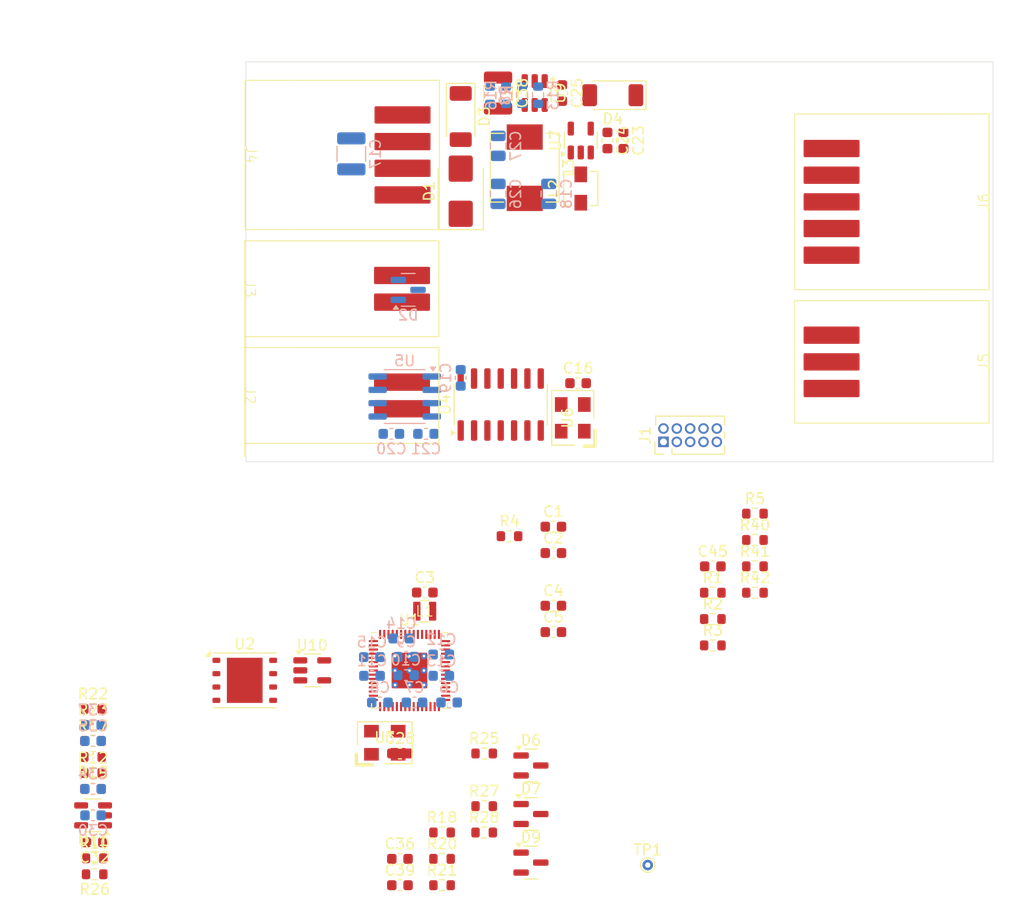
<source format=kicad_pcb>
(kicad_pcb (version 20241229) (generator "pcbnew") (generator_version "9.0")
  (title_block (title "CAN-IO-expander") (date "2025-04-27") (rev "1") (company "Realtime Robotics"))
  (layers (0 "F.Cu" signal) (2 "B.Cu" signal) (13 "F.Paste" user) (15 "B.Paste" user) (5 "F.SilkS" user "F.Silkscreen") (7 "B.SilkS" user "B.Silkscreen") (1 "F.Mask" user) (3 "B.Mask" user) (25 "Edge.Cuts" user))
  (net 0 "")
  (net 1 "GND")
  (net 2 "+3V3")
  (net 3 "+1V1")
  (net 4 "Net-(U1-VREG_AVDD)")
  (net 5 "Net-(U1-ADC_AVDD)")
  (net 6 "/V_{BAT}")
  (net 7 "+5V")
  (net 8 "Net-(D3-K)")
  (net 9 "Net-(U9-CB)")
  (net 10 "Net-(U9-SW)")
  (net 11 "Net-(C28-Pad1)")
  (net 13 "Net-(U11-+)")
  (net 15 "/AIN0_ADC")
  (net 16 "/5V_ADC")
  (net 17 "Net-(C36-Pad1)")
  (net 18 "/VBAT_ADC")
  (net 19 "Net-(C39-Pad1)")
  (net 25 "/CAN1_H")
  (net 26 "/CAN1_L")
  (net 27 "+5V_EXT")
  (net 29 "/DI00")
  (net 30 "/DI10")
  (net 32 "/DI20")
  (net 33 "/SWD")
  (net 34 "/SWCLK")
  (net 35 "/~{USB_BOOT}")
  (net 36 "/USB_5V")
  (net 37 "/~{RESET}")
  (net 38 "/USB_D+")
  (net 39 "/USB_D-")
  (net 40 "/QA0")
  (net 41 "/QB0")
  (net 42 "/PWM_IN0")
  (net 43 "/AIN0")
  (net 44 "/VREG_LX")
  (net 45 "Net-(U7-SW)")
  (net 46 "/~{QSPI_SS}")
  (net 47 "Net-(U1-USB_DP)")
  (net 48 "Net-(U1-USB_DM)")
  (net 49 "Net-(U1-RUN)")
  (net 50 "Net-(U9-FB)")
  (net 51 "Net-(U9-EN)")
  (net 52 "Net-(U11--)")
  (net 53 "/I2C0_SCL")
  (net 54 "/I2C0_SDA")
  (net 55 "/EEPROM_WP")
  (net 56 "Net-(U4-CLKO{slash}SOF)")
  (net 58 "/QSPI_D1")
  (net 59 "/QSPI_SCLK")
  (net 60 "/QSPI_D3")
  (net 61 "Net-(U1-XIN)")
  (net 62 "/~{CAN_RX_INT}")
  (net 63 "/~{SPI0_CS}")
  (net 64 "/SPI0_SCK")
  (net 66 "/QSPI_D2")
  (net 67 "/~{CAN_INT}")
  (net 68 "/SPI0_TX")
  (net 71 "/QSPI_D0")
  (net 72 "/SILENT")
  (net 73 "/~{CAN_TX_INT}")
  (net 74 "/SPI0_RX")
  (net 76 "/CAN-FD/CANTX")
  (net 77 "/CAN-FD/CANRX")
  (net 78 "/CAN-FD/CLK")
  (footprint "Capacitor_SMD:C_0603_1608Metric" (layer "F.Cu") (at 242.627 160.371)
    (property "Reference" "C36" (at 0 -1.43 0) (layer "F.SilkS"))
    (property "Value" "1nF-50V-5%-0603")
    (pad "1" smd roundrect (at -0.775 0) (size 0.9 0.95) (layers "F.Cu" "F.Mask" "F.Paste") (net 17 "Net-(C36-Pad1)"))
    (pad "2" smd roundrect (at 0.775 0) (size 0.9 0.95) (layers "F.Cu" "F.Mask" "F.Paste") (net 1 "GND"))
  )
  (footprint "Diode_SMD:D_SMB" (layer "F.Cu") (at 248.412 96.774 90)
    (property "Reference" "D1" (at 0 -3 90) (layer "F.SilkS"))
    (property "Value" "15V")
    (pad "1" smd roundrect (at -2.15 0 90) (size 2.5 2.3) (layers "F.Cu" "F.Mask" "F.Paste") (roundrect_rratio 0.1086956522) (net 1 "GND"))
    (pad "2" smd roundrect (at 2.15 0 90) (size 2.5 2.3) (layers "F.Cu" "F.Mask" "F.Paste") (roundrect_rratio 0.1086956522) (net 6 "/V_{BAT}"))
  )
  (footprint "CAN-IO-expander:L_Taiyo_Yuden_0806" (layer "F.Cu") (at 244.984 136.779)
    (property "Reference" "L1" (at 0 0 0) (layer "F.SilkS") (effects (font (thickness 0.1))))
    (property "Value" "3.3uH-20%-0806")
    (pad "1" smd roundrect (at -0.75 0) (size 0.7 1.8) (layers "F.Cu" "F.Mask" "F.Paste") (roundrect_rratio 0.15) (net 3 "+1V1"))
    (pad "2" smd roundrect (at 0.75 0) (size 0.7 1.8) (layers "F.Cu" "F.Mask" "F.Paste") (roundrect_rratio 0.15) (net 44 "/VREG_LX"))
  )
  (footprint "Capacitor_SMD:C_0603_1608Metric" (layer "F.Cu") (at 257.237 128.729)
    (property "Reference" "C1" (at 0 -1.43 0) (layer "F.SilkS"))
    (property "Value" "0.1uF-25V-10%-0603")
    (pad "1" smd roundrect (at -0.775 0) (size 0.9 0.95) (layers "F.Cu" "F.Mask" "F.Paste") (net 2 "+3V3"))
    (pad "2" smd roundrect (at 0.775 0) (size 0.9 0.95) (layers "F.Cu" "F.Mask" "F.Paste") (net 1 "GND"))
  )
  (footprint "Capacitor_SMD:C_0603_1608Metric" (layer "F.Cu") (at 242.627 162.881)
    (property "Reference" "C39" (at 0 -1.43 0) (layer "F.SilkS"))
    (property "Value" "1nF-50V-5%-0603")
    (pad "1" smd roundrect (at -0.775 0) (size 0.9 0.95) (layers "F.Cu" "F.Mask" "F.Paste") (net 19 "Net-(C39-Pad1)"))
    (pad "2" smd roundrect (at 0.775 0) (size 0.9 0.95) (layers "F.Cu" "F.Mask" "F.Paste") (net 1 "GND"))
  )
  (footprint "Resistor_SMD:R_0603_1608Metric" (layer "F.Cu") (at 213.40905 150.664195 180)
    (property "Reference" "R19" (at 0 -1.43 0) (layer "F.SilkS"))
    (property "Value" "2.00k-1%-0603")
    (pad "1" smd roundrect (at -0.825 0 180) (size 0.8 0.95) (layers "F.Cu" "F.Mask" "F.Paste") (net 16 "/5V_ADC"))
    (pad "2" smd roundrect (at 0.825 0 180) (size 0.8 0.95) (layers "F.Cu" "F.Mask" "F.Paste") (net 27 "+5V_EXT"))
  )
  (footprint "CAN-IO-expander:Molex-70634-0037" (layer "F.Cu") (at 298.708 113.03 90)
    (property "Reference" "J5" (at 0 -0.5 90) (layer "F.SilkS") (effects (font (thickness 0.1))))
    (property "Value" "POT")
    (pad "" np_thru_hole circle (at -3.94 -4.3 90) (size 3.4 3.4) (drill 3.4) (layers "*.Cu" "*.Mask"))
    (pad "" np_thru_hole circle (at 3.94 -4.3 90) (size 3.4 3.4) (drill 3.4) (layers "*.Cu" "*.Mask"))
    (pad "1" smd roundrect (at 2.54 -14.99 90) (size 1.65 5.33) (layers "F.Cu" "F.Mask" "F.Paste") (roundrect_rratio 0.07352941176) (net 1 "GND"))
    (pad "2" smd roundrect (at 0 -14.99 90) (size 1.65 5.33) (layers "F.Cu" "F.Mask" "F.Paste") (roundrect_rratio 0.07352941176) (net 27 "+5V_EXT"))
    (pad "3" smd roundrect (at -2.54 -14.99 90) (size 1.65 5.33) (layers "F.Cu" "F.Mask" "F.Paste") (roundrect_rratio 0.07352941176) (net 43 "/AIN0"))
  )
  (footprint "Capacitor_SMD:C_0603_1608Metric" (layer "F.Cu") (at 244.996 135.001)
    (property "Reference" "C3" (at 0 -1.43 0) (layer "F.SilkS"))
    (property "Value" "4.7uF-16V-10%-0603")
    (pad "1" smd roundrect (at -0.775 0) (size 0.9 0.95) (layers "F.Cu" "F.Mask" "F.Paste") (net 3 "+1V1"))
    (pad "2" smd roundrect (at 0.775 0) (size 0.9 0.95) (layers "F.Cu" "F.Mask" "F.Paste") (net 1 "GND"))
  )
  (footprint "CAN-IO-expander:Molex-70634-0039" (layer "F.Cu") (at 298.71 97.79 90)
    (property "Reference" "J6" (at 0 -0.5 90) (layer "F.SilkS") (effects (font (thickness 0.1))))
    (property "Value" "ENCODER")
    (pad "" np_thru_hole circle (at -6.48 -4.3 90) (size 3.4 3.4) (drill 3.4) (layers "*.Cu" "*.Mask"))
    (pad "" np_thru_hole circle (at 6.48 -4.3 90) (size 3.4 3.4) (drill 3.4) (layers "*.Cu" "*.Mask"))
    (pad "1" smd roundrect (at 5.08 -14.99 90) (size 1.65 5.33) (layers "F.Cu" "F.Mask" "F.Paste") (roundrect_rratio 0.07352941176) (net 42 "/PWM_IN0"))
    (pad "2" smd roundrect (at 2.54 -14.99 90) (size 1.65 5.33) (layers "F.Cu" "F.Mask" "F.Paste") (roundrect_rratio 0.07352941176) (net 41 "/QB0"))
    (pad "3" smd roundrect (at 0 -14.99 90) (size 1.65 5.33) (layers "F.Cu" "F.Mask" "F.Paste") (roundrect_rratio 0.07352941176) (net 40 "/QA0"))
    (pad "4" smd roundrect (at -2.54 -14.99 90) (size 1.65 5.33) (layers "F.Cu" "F.Mask" "F.Paste") (roundrect_rratio 0.07352941176) (net 27 "+5V_EXT"))
    (pad "5" smd roundrect (at -5.08 -14.99 90) (size 1.65 5.33) (layers "F.Cu" "F.Mask" "F.Paste") (roundrect_rratio 0.07352941176) (net 1 "GND"))
  )
  (footprint "Resistor_SMD:R_0603_1608Metric" (layer "F.Cu") (at 276.424 127.489)
    (property "Reference" "R5" (at 0 -1.43 0) (layer "F.SilkS"))
    (property "Value" "1.00k-1%-0603")
    (pad "1" smd roundrect (at -0.825 0) (size 0.8 0.95) (layers "F.Cu" "F.Mask" "F.Paste") (net 37 "/~{RESET}"))
    (pad "2" smd roundrect (at 0.825 0) (size 0.8 0.95) (layers "F.Cu" "F.Mask" "F.Paste") (net 49 "Net-(U1-RUN)"))
  )
  (footprint "Resistor_SMD:R_0603_1608Metric" (layer "F.Cu") (at 246.637 160.371)
    (property "Reference" "R20" (at 0 -1.43 0) (layer "F.SilkS"))
    (property "Value" "1.00k-1%-0603")
    (pad "1" smd roundrect (at -0.825 0) (size 0.8 0.95) (layers "F.Cu" "F.Mask" "F.Paste") (net 17 "Net-(C36-Pad1)"))
    (pad "2" smd roundrect (at 0.825 0) (size 0.8 0.95) (layers "F.Cu" "F.Mask" "F.Paste") (net 30 "/DI10"))
  )
  (footprint "Resistor_SMD:R_0603_1608Metric" (layer "F.Cu") (at 246.637 162.881)
    (property "Reference" "R21" (at 0 -1.43 0) (layer "F.SilkS"))
    (property "Value" "1.00k-1%-0603")
    (pad "1" smd roundrect (at -0.825 0) (size 0.8 0.95) (layers "F.Cu" "F.Mask" "F.Paste") (net 11 "Net-(C28-Pad1)"))
    (pad "2" smd roundrect (at 0.825 0) (size 0.8 0.95) (layers "F.Cu" "F.Mask" "F.Paste") (net 29 "/DI00"))
  )
  (footprint "Resistor_SMD:R_0603_1608Metric" (layer "F.Cu") (at 213.408978 147.616)
    (property "Reference" "R23" (at 0 -1.43 0) (layer "F.SilkS"))
    (property "Value" "2.00k-1%-0603")
    (pad "1" smd roundrect (at -0.825 0) (size 0.8 0.95) (layers "F.Cu" "F.Mask" "F.Paste") (net 1 "GND"))
    (pad "2" smd roundrect (at 0.825 0) (size 0.8 0.95) (layers "F.Cu" "F.Mask" "F.Paste") (net 18 "/VBAT_ADC"))
  )
  (footprint "Capacitor_SMD:C_1210_3225Metric" (layer "F.Cu") (at 251.968 87.425 -90)
    (property "Reference" "C38" (at 0 -2.3 90) (layer "F.SilkS"))
    (property "Value" "22uF-25V-10%-1210")
    (pad "1" smd roundrect (at -1.475 0 270) (size 1.15 2.7) (layers "F.Cu" "F.Mask" "F.Paste") (roundrect_rratio 0.217391) (net 1 "GND"))
    (pad "2" smd roundrect (at 1.475 0 270) (size 1.15 2.7) (layers "F.Cu" "F.Mask" "F.Paste") (roundrect_rratio 0.217391) (net 8 "Net-(D3-K)"))
  )
  (footprint "Resistor_SMD:R_0603_1608Metric" (layer "F.Cu") (at 213.40905 152.188195)
    (property "Reference" "R12" (at 0 -1.43 0) (layer "F.SilkS"))
    (property "Value" "1.00k-1%-0603")
    (pad "1" smd roundrect (at -0.825 0) (size 0.8 0.95) (layers "F.Cu" "F.Mask" "F.Paste") (net 52 "Net-(U11--)"))
    (pad "2" smd roundrect (at 0.825 0) (size 0.8 0.95) (layers "F.Cu" "F.Mask" "F.Paste") (net 15 "/AIN0_ADC"))
  )
  (footprint "Resistor_SMD:R_0603_1608Metric" (layer "F.Cu") (at 253.061 129.637)
    (property "Reference" "R4" (at 0 -1.43 0) (layer "F.SilkS"))
    (property "Value" "27R0-1%-0603")
    (pad "1" smd roundrect (at -0.825 0) (size 0.8 0.95) (layers "F.Cu" "F.Mask" "F.Paste") (net 48 "Net-(U1-USB_DM)"))
    (pad "2" smd roundrect (at 0.825 0) (size 0.8 0.95) (layers "F.Cu" "F.Mask" "F.Paste") (net 39 "/USB_D-"))
  )
  (footprint "CAN-IO-expander:D_SOD-128" (layer "F.Cu") (at 248.412 89.662 -90)
    (property "Reference" "D3" (at 0 -2.25 90) (layer "F.SilkS"))
    (property "Value" "PMEG3020EP,115")
    (pad "1" smd roundrect (at -2.2 0 270) (size 1.4 2.1) (layers "F.Cu" "F.Mask" "F.Paste") (roundrect_rratio 0.1785714286) (net 8 "Net-(D3-K)"))
    (pad "2" smd roundrect (at 2.2 0 270) (size 1.4 2.1) (layers "F.Cu" "F.Mask" "F.Paste") (roundrect_rratio 0.1785714286) (net 6 "/V_{BAT}"))
  )
  (footprint "Capacitor_SMD:C_0603_1608Metric" (layer "F.Cu") (at 257.237 138.769)
    (property "Reference" "C5" (at 0 -1.43 0) (layer "F.SilkS"))
    (property "Value" "4.7uF-16V-10%-0603")
    (pad "1" smd roundrect (at -0.775 0) (size 0.9 0.95) (layers "F.Cu" "F.Mask" "F.Paste") (net 4 "Net-(U1-VREG_AVDD)"))
    (pad "2" smd roundrect (at 0.775 0) (size 0.9 0.95) (layers "F.Cu" "F.Mask" "F.Paste") (net 1 "GND"))
  )
  (footprint "Package_TO_SOT_SMD:SOT-23-6" (layer "F.Cu") (at 255.458 87.425 -90)
    (property "Reference" "U9" (at 0 -2.4 90) (layer "F.SilkS"))
    (property "Value" "LMR54410FDBVR")
    (pad "1" smd roundrect (at -1.1375 -0.95 270) (size 1.325 0.6) (layers "F.Cu" "F.Mask" "F.Paste") (net 9 "Net-(U9-CB)"))
    (pad "2" smd roundrect (at -1.1375 0 270) (size 1.325 0.6) (layers "F.Cu" "F.Mask" "F.Paste") (net 1 "GND"))
    (pad "3" smd roundrect (at -1.1375 0.95 270) (size 1.325 0.6) (layers "F.Cu" "F.Mask" "F.Paste") (net 50 "Net-(U9-FB)"))
    (pad "4" smd roundrect (at 1.1375 0.95 270) (size 1.325 0.6) (layers "F.Cu" "F.Mask" "F.Paste") (net 51 "Net-(U9-EN)"))
    (pad "5" smd roundrect (at 1.1375 0 270) (size 1.325 0.6) (layers "F.Cu" "F.Mask" "F.Paste") (net 8 "Net-(D3-K)"))
    (pad "6" smd roundrect (at 1.1375 -0.95 270) (size 1.325 0.6) (layers "F.Cu" "F.Mask" "F.Paste") (net 10 "Net-(U9-SW)"))
  )
  (footprint "Resistor_SMD:R_0603_1608Metric" (layer "F.Cu") (at 250.647 157.861)
    (property "Reference" "R28" (at 0 -1.43 0) (layer "F.SilkS"))
    (property "Value" "100R-1%-0603")
    (pad "1" smd roundrect (at -0.825 0) (size 0.8 0.95) (layers "F.Cu" "F.Mask" "F.Paste") (net 40 "/QA0"))
    (pad "2" smd roundrect (at 0.825 0) (size 0.8 0.95) (layers "F.Cu" "F.Mask" "F.Paste") (net 11 "Net-(C28-Pad1)"))
  )
  (footprint "TestPoint:TestPoint_THTPad_D1.0mm_Drill0.5mm" (layer "F.Cu") (at 266.217 160.961)
    (property "Reference" "TP1" (at 0 -1.448 0) (layer "F.SilkS"))
    (property "Value" "CLKO")
    (pad "1" thru_hole circle (at 0 0) (size 1 1) (drill 0.5) (layers "*.Cu" "*.Mask") (net 56 "Net-(U4-CLKO{slash}SOF)"))
  )
  (footprint "CAN-IO-expander:RP2350-QFN-60-1EP_7x7_P0.4mm_EP3.4x3.4mm_ThermalVias" (layer "F.Cu") (at 243.537 142.431)
    (property "Reference" "U1" (at 0 -4.82 0) (layer "F.SilkS"))
    (property "Value" "RP2350_60QFN")
    (pad "1" smd roundrect (at -3.4375 -2.8) (size 0.875 0.2) (layers "F.Cu" "F.Mask" "F.Paste") (chamfer_ratio 0.25) (chamfer top_right) (net 5 "Net-(U1-ADC_AVDD)"))
    (pad "2" smd roundrect (at -3.4375 -2.4) (size 0.875 0.2) (layers "F.Cu" "F.Mask" "F.Paste") (net 74 "/SPI0_RX"))
    (pad "3" smd roundrect (at -3.4375 -2) (size 0.875 0.2) (layers "F.Cu" "F.Mask" "F.Paste") (net 63 "/~{SPI0_CS}"))
    (pad "4" smd roundrect (at -3.4375 -1.6) (size 0.875 0.2) (layers "F.Cu" "F.Mask" "F.Paste") (net 64 "/SPI0_SCK"))
    (pad "5" smd roundrect (at -3.4375 -1.2) (size 0.875 0.2) (layers "F.Cu" "F.Mask" "F.Paste") (net 68 "/SPI0_TX"))
    (pad "6" smd roundrect (at -3.4375 -0.8) (size 0.875 0.2) (layers "F.Cu" "F.Mask" "F.Paste") (net 3 "+1V1"))
    (pad "7" smd roundrect (at -3.4375 -0.4) (size 0.875 0.2) (layers "F.Cu" "F.Mask" "F.Paste") (net 67 "/~{CAN_INT}"))
    (pad "8" smd roundrect (at -3.4375 0) (size 0.875 0.2) (layers "F.Cu" "F.Mask" "F.Paste") (net 62 "/~{CAN_RX_INT}"))
    (pad "9" smd roundrect (at -3.4375 0.4) (size 0.875 0.2) (layers "F.Cu" "F.Mask" "F.Paste") (net 73 "/~{CAN_TX_INT}"))
    (pad "10" smd roundrect (at -3.4375 0.8) (size 0.875 0.2) (layers "F.Cu" "F.Mask" "F.Paste") (net 72 "/SILENT"))
    (pad "11" smd roundrect (at -3.4375 1.2) (size 0.875 0.2) (layers "F.Cu" "F.Mask" "F.Paste") (net 5 "Net-(U1-ADC_AVDD)"))
    (pad "12" smd roundrect (at -3.4375 1.6) (size 0.875 0.2) (layers "F.Cu" "F.Mask" "F.Paste") (net 54 "/I2C0_SDA"))
    (pad "13" smd roundrect (at -3.4375 2) (size 0.875 0.2) (layers "F.Cu" "F.Mask" "F.Paste") (net 53 "/I2C0_SCL"))
    (pad "14" smd roundrect (at -3.4375 2.4) (size 0.875 0.2) (layers "F.Cu" "F.Mask" "F.Paste") (net 55 "/EEPROM_WP"))
    (pad "15" smd roundrect (at -3.4375 2.8) (size 0.875 0.2) (layers "F.Cu" "F.Mask" "F.Paste") (chamfer_ratio 0.25) (chamfer bottom_right))
    (pad "16" smd roundrect (at -2.8 3.4375) (size 0.2 0.875) (layers "F.Cu" "F.Mask" "F.Paste") (chamfer_ratio 0.25) (chamfer top_left) (net 30 "/DI10"))
    (pad "17" smd roundrect (at -2.4 3.4375) (size 0.2 0.875) (layers "F.Cu" "F.Mask" "F.Paste"))
    (pad "18" smd roundrect (at -2 3.4375) (size 0.2 0.875) (layers "F.Cu" "F.Mask" "F.Paste") (net 29 "/DI00"))
    (pad "19" smd roundrect (at -1.6 3.4375) (size 0.2 0.875) (layers "F.Cu" "F.Mask" "F.Paste") (net 32 "/DI20"))
    (pad "20" smd roundrect (at -1.2 3.4375) (size 0.2 0.875) (layers "F.Cu" "F.Mask" "F.Paste") (net 5 "Net-(U1-ADC_AVDD)"))
    (pad "21" smd roundrect (at -0.8 3.4375) (size 0.2 0.875) (layers "F.Cu" "F.Mask" "F.Paste") (net 61 "Net-(U1-XIN)"))
    (pad "22" smd roundrect (at -0.4 3.4375) (size 0.2 0.875) (layers "F.Cu" "F.Mask" "F.Paste"))
    (pad "23" smd roundrect (at 0 3.4375) (size 0.2 0.875) (layers "F.Cu" "F.Mask" "F.Paste") (net 3 "+1V1"))
    (pad "24" smd roundrect (at 0.4 3.4375) (size 0.2 0.875) (layers "F.Cu" "F.Mask" "F.Paste") (net 34 "/SWCLK"))
    (pad "25" smd roundrect (at 0.8 3.4375) (size 0.2 0.875) (layers "F.Cu" "F.Mask" "F.Paste") (net 33 "/SWD"))
    (pad "26" smd roundrect (at 1.2 3.4375) (size 0.2 0.875) (layers "F.Cu" "F.Mask" "F.Paste") (net 49 "Net-(U1-RUN)"))
    (pad "27" smd roundrect (at 1.6 3.4375) (size 0.2 0.875) (layers "F.Cu" "F.Mask" "F.Paste"))
    (pad "28" smd roundrect (at 2 3.4375) (size 0.2 0.875) (layers "F.Cu" "F.Mask" "F.Paste") (net 32 "/DI20"))
    (pad "29" smd roundrect (at 2.4 3.4375) (size 0.2 0.875) (layers "F.Cu" "F.Mask" "F.Paste"))
    (pad "30" smd roundrect (at 2.8 3.4375) (size 0.2 0.875) (layers "F.Cu" "F.Mask" "F.Paste") (chamfer_ratio 0.25) (chamfer top_right) (net 5 "Net-(U1-ADC_AVDD)"))
    (pad "31" smd roundrect (at 3.4375 2.8) (size 0.875 0.2) (layers "F.Cu" "F.Mask" "F.Paste") (chamfer_ratio 0.25) (chamfer bottom_left))
    (pad "32" smd roundrect (at 3.4375 2.4) (size 0.875 0.2) (layers "F.Cu" "F.Mask" "F.Paste"))
    (pad "33" smd roundrect (at 3.4375 2) (size 0.875 0.2) (layers "F.Cu" "F.Mask" "F.Paste"))
    (pad "34" smd roundrect (at 3.4375 1.6) (size 0.875 0.2) (layers "F.Cu" "F.Mask" "F.Paste"))
    (pad "35" smd roundrect (at 3.4375 1.2) (size 0.875 0.2) (layers "F.Cu" "F.Mask" "F.Paste"))
    (pad "36" smd roundrect (at 3.4375 0.8) (size 0.875 0.2) (layers "F.Cu" "F.Mask" "F.Paste"))
    (pad "37" smd roundrect (at 3.4375 0.4) (size 0.875 0.2) (layers "F.Cu" "F.Mask" "F.Paste"))
    (pad "38" smd roundrect (at 3.4375 0) (size 0.875 0.2) (layers "F.Cu" "F.Mask" "F.Paste") (net 5 "Net-(U1-ADC_AVDD)"))
    (pad "39" smd roundrect (at 3.4375 -0.4) (size 0.875 0.2) (layers "F.Cu" "F.Mask" "F.Paste") (net 3 "+1V1"))
    (pad "40" smd roundrect (at 3.4375 -0.8) (size 0.875 0.2) (layers "F.Cu" "F.Mask" "F.Paste") (net 15 "/AIN0_ADC"))
    (pad "41" smd roundrect (at 3.4375 -1.2) (size 0.875 0.2) (layers "F.Cu" "F.Mask" "F.Paste"))
    (pad "42" smd roundrect (at 3.4375 -1.6) (size 0.875 0.2) (layers "F.Cu" "F.Mask" "F.Paste") (net 16 "/5V_ADC"))
    (pad "43" smd roundrect (at 3.4375 -2) (size 0.875 0.2) (layers "F.Cu" "F.Mask" "F.Paste") (net 18 "/VBAT_ADC"))
    (pad "44" smd roundrect (at 3.4375 -2.4) (size 0.875 0.2) (layers "F.Cu" "F.Mask" "F.Paste") (net 5 "Net-(U1-ADC_AVDD)"))
    (pad "45" smd roundrect (at 3.4375 -2.8) (size 0.875 0.2) (layers "F.Cu" "F.Mask" "F.Paste") (chamfer_ratio 0.25) (chamfer top_left) (net 5 "Net-(U1-ADC_AVDD)"))
    (pad "46" smd roundrect (at 2.8 -3.4375) (size 0.2 0.875) (layers "F.Cu" "F.Mask" "F.Paste") (chamfer_ratio 0.25) (chamfer bottom_right) (net 4 "Net-(U1-VREG_AVDD)"))
    (pad "47" smd roundrect (at 2.4 -3.4375) (size 0.2 0.875) (layers "F.Cu" "F.Mask" "F.Paste") (net 1 "GND"))
    (pad "48" smd roundrect (at 2 -3.4375) (size 0.2 0.875) (layers "F.Cu" "F.Mask" "F.Paste") (net 44 "/VREG_LX"))
    (pad "49" smd roundrect (at 1.6 -3.4375) (size 0.2 0.875) (layers "F.Cu" "F.Mask" "F.Paste") (net 2 "+3V3"))
    (pad "50" smd roundrect (at 1.2 -3.4375) (size 0.2 0.875) (layers "F.Cu" "F.Mask" "F.Paste") (net 3 "+1V1"))
    (pad "51" smd roundrect (at 0.8 -3.4375) (size 0.2 0.875) (layers "F.Cu" "F.Mask" "F.Paste") (net 48 "Net-(U1-USB_DM)"))
    (pad "52" smd roundrect (at 0.4 -3.4375) (size 0.2 0.875) (layers "F.Cu" "F.Mask" "F.Paste") (net 47 "Net-(U1-USB_DP)"))
    (pad "53" smd roundrect (at 0 -3.4375) (size 0.2 0.875) (layers "F.Cu" "F.Mask" "F.Paste") (net 5 "Net-(U1-ADC_AVDD)"))
    (pad "54" smd roundrect (at -0.4 -3.4375) (size 0.2 0.875) (layers "F.Cu" "F.Mask" "F.Paste") (net 5 "Net-(U1-ADC_AVDD)"))
    (pad "55" smd roundrect (at -0.8 -3.4375) (size 0.2 0.875) (layers "F.Cu" "F.Mask" "F.Paste") (net 60 "/QSPI_D3"))
    (pad "56" smd roundrect (at -1.2 -3.4375) (size 0.2 0.875) (layers "F.Cu" "F.Mask" "F.Paste") (net 59 "/QSPI_SCLK"))
    (pad "57" smd roundrect (at -1.6 -3.4375) (size 0.2 0.875) (layers "F.Cu" "F.Mask" "F.Paste") (net 71 "/QSPI_D0"))
    (pad "58" smd roundrect (at -2 -3.4375) (size 0.2 0.875) (layers "F.Cu" "F.Mask" "F.Paste") (net 66 "/QSPI_D2"))
    (pad "59" smd roundrect (at -2.4 -3.4375) (size 0.2 0.875) (layers "F.Cu" "F.Mask" "F.Paste") (net 58 "/QSPI_D1"))
    (pad "60" smd roundrect (at -2.8 -3.4375) (size 0.2 0.875) (layers "F.Cu" "F.Mask" "F.Paste") (chamfer_ratio 0.25) (chamfer bottom_left) (net 46 "/~{QSPI_SS}"))
    (pad "61" thru_hole circle (at -1.375 -1.375) (size 0.6 0.6) (drill 0.25) (layers "*.Cu") (net 1 "GND"))
    (pad "61" thru_hole circle (at -1.375 0) (size 0.6 0.6) (drill 0.25) (layers "*.Cu") (net 1 "GND"))
    (pad "61" thru_hole circle (at -1.375 1.375) (size 0.6 0.6) (drill 0.25) (layers "*.Cu") (net 1 "GND"))
    (pad "61" thru_hole circle (at 0 -1.375) (size 0.6 0.6) (drill 0.25) (layers "*.Cu") (net 1 "GND"))
    (pad "61" thru_hole circle (at 0 0) (size 0.6 0.6) (drill 0.25) (layers "*.Cu") (net 1 "GND"))
    (pad "61" smd roundrect (at 0 0 90) (size 3.4 3.4) (layers "F.Cu" "F.Mask") (roundrect_rratio 0.045) (net 1 "GND"))
    (pad "61" thru_hole circle (at 0 1.375) (size 0.6 0.6) (drill 0.25) (layers "*.Cu") (net 1 "GND"))
    (pad "61" thru_hole circle (at 1.375 -1.375) (size 0.6 0.6) (drill 0.25) (layers "*.Cu") (net 1 "GND"))
    (pad "61" thru_hole circle (at 1.375 0) (size 0.6 0.6) (drill 0.25) (layers "*.Cu") (net 1 "GND"))
    (pad "61" thru_hole circle (at 1.375 1.375) (size 0.6 0.6) (drill 0.25) (layers "*.Cu") (net 1 "GND"))
  )
  (footprint "CAN-IO-expander:L_Vishay_IHLP-1212" (layer "F.Cu") (at 259.842 96.52 90)
    (property "Reference" "L2" (at 0 -2.524 90) (layer "F.SilkS"))
    (property "Value" "2.2uH-20%-46mR")
    (pad "1" smd rect (at -1.35 0 90) (size 1.5 1.2) (layers "F.Cu" "F.Mask" "F.Paste") (net 2 "+3V3"))
    (pad "2" smd rect (at 1.35 0 90) (size 1.5 1.2) (layers "F.Cu" "F.Mask" "F.Paste") (net 45 "Net-(U7-SW)"))
  )
  (footprint "Capacitor_SMD:C_0603_1608Metric" (layer "F.Cu") (at 262.382 91.948 -90)
    (property "Reference" "C24" (at 0 -1.43 90) (layer "F.SilkS"))
    (property "Value" "22uF-20%-0603")
    (pad "1" smd roundrect (at -0.775 0 270) (size 0.9 0.95) (layers "F.Cu" "F.Mask" "F.Paste") (net 7 "+5V"))
    (pad "2" smd roundrect (at 0.775 0 270) (size 0.9 0.95) (layers "F.Cu" "F.Mask" "F.Paste") (net 1 "GND"))
  )
  (footprint "Resistor_SMD:R_0603_1608Metric" (layer "F.Cu") (at 272.414 137.529)
    (property "Reference" "R2" (at 0 -1.43 0) (layer "F.SilkS"))
    (property "Value" "27R0-1%-0603")
    (pad "1" smd roundrect (at -0.825 0) (size 0.8 0.95) (layers "F.Cu" "F.Mask" "F.Paste") (net 2 "+3V3"))
    (pad "2" smd roundrect (at 0.825 0) (size 0.8 0.95) (layers "F.Cu" "F.Mask" "F.Paste") (net 4 "Net-(U1-VREG_AVDD)"))
  )
  (footprint "Resistor_SMD:R_0603_1608Metric" (layer "F.Cu") (at 213.40905 149.140195)
    (property "Reference" "R17" (at 0 -1.43 0) (layer "F.SilkS"))
    (property "Value" "2.00k-1%-0603")
    (pad "1" smd roundrect (at -0.825 0) (size 0.8 0.95) (layers "F.Cu" "F.Mask" "F.Paste") (net 1 "GND"))
    (pad "2" smd roundrect (at 0.825 0) (size 0.8 0.95) (layers "F.Cu" "F.Mask" "F.Paste") (net 16 "/5V_ADC"))
  )
  (footprint "CAN-IO-expander:ECS-5032MV" (layer "F.Cu") (at 259.08 118.364 90)
    (property "Reference" "U6" (at 0 -0.5 90) (layer "F.SilkS"))
    (property "Value" "4MHz")
    (pad "1" smd rect (at -1.27 1.1 90) (size 1.4 1.2) (layers "F.Cu" "F.Mask" "F.Paste") (net 2 "+3V3"))
    (pad "2" smd rect (at 1.27 1.1 90) (size 1.4 1.2) (layers "F.Cu" "F.Mask" "F.Paste") (net 1 "GND"))
    (pad "3" smd rect (at 1.27 -1.1 90) (size 1.4 1.2) (layers "F.Cu" "F.Mask" "F.Paste") (net 78 "/CAN-FD/CLK"))
    (pad "4" smd rect (at -1.27 -1.1 90) (size 1.4 1.2) (layers "F.Cu" "F.Mask" "F.Paste") (net 2 "+3V3"))
  )
  (footprint "CAN-IO-expander:D_SOD-128" (layer "F.Cu") (at 262.89 87.63 180)
    (property "Reference" "D4" (at 0 -2.25 0) (layer "F.SilkS"))
    (property "Value" "PMEG3020EP,115")
    (pad "1" smd roundrect (at -2.2 0 180) (size 1.4 2.1) (layers "F.Cu" "F.Mask" "F.Paste") (roundrect_rratio 0.1785714286) (net 27 "+5V_EXT"))
    (pad "2" smd roundrect (at 2.2 0 180) (size 1.4 2.1) (layers "F.Cu" "F.Mask" "F.Paste") (roundrect_rratio 0.1785714286) (net 7 "+5V"))
  )
  (footprint "Package_SO:SO-14_3.9x8.65mm_P1.27mm" (layer "F.Cu") (at 252.222 117.094 90)
    (property "Reference" "U4" (at 0 -5.28 90) (layer "F.SilkS"))
    (property "Value" "MCP2518FDT-H/SL")
    (pad "1" smd roundrect (at -2.475 -3.81 90) (size 1.95 0.6) (layers "F.Cu" "F.Mask" "F.Paste") (net 76 "/CAN-FD/CANTX"))
    (pad "2" smd roundrect (at -2.475 -2.54 90) (size 1.95 0.6) (layers "F.Cu" "F.Mask" "F.Paste") (net 77 "/CAN-FD/CANRX"))
    (pad "3" smd roundrect (at -2.475 -1.27 90) (size 1.95 0.6) (layers "F.Cu" "F.Mask" "F.Paste") (net 56 "Net-(U4-CLKO{slash}SOF)"))
    (pad "4" smd roundrect (at -2.475 0 90) (size 1.95 0.6) (layers "F.Cu" "F.Mask" "F.Paste") (net 67 "/~{CAN_INT}"))
    (pad "5" smd roundrect (at -2.475 1.27 90) (size 1.95 0.6) (layers "F.Cu" "F.Mask" "F.Paste"))
    (pad "6" smd roundrect (at -2.475 2.54 90) (size 1.95 0.6) (layers "F.Cu" "F.Mask" "F.Paste") (net 78 "/CAN-FD/CLK"))
    (pad "7" smd roundrect (at -2.475 3.81 90) (size 1.95 0.6) (layers "F.Cu" "F.Mask" "F.Paste") (net 1 "GND"))
    (pad "8" smd roundrect (at 2.475 3.81 90) (size 1.95 0.6) (layers "F.Cu" "F.Mask" "F.Paste") (net 73 "/~{CAN_TX_INT}"))
    (pad "9" smd roundrect (at 2.475 2.54 90) (size 1.95 0.6) (layers "F.Cu" "F.Mask" "F.Paste") (net 62 "/~{CAN_RX_INT}"))
    (pad "10" smd roundrect (at 2.475 1.27 90) (size 1.95 0.6) (layers "F.Cu" "F.Mask" "F.Paste") (net 64 "/SPI0_SCK"))
    (pad "11" smd roundrect (at 2.475 0 90) (size 1.95 0.6) (layers "F.Cu" "F.Mask" "F.Paste") (net 68 "/SPI0_TX"))
    (pad "12" smd roundrect (at 2.475 -1.27 90) (size 1.95 0.6) (layers "F.Cu" "F.Mask" "F.Paste") (net 74 "/SPI0_RX"))
    (pad "13" smd roundrect (at 2.475 -2.54 90) (size 1.95 0.6) (layers "F.Cu" "F.Mask" "F.Paste") (net 63 "/~{SPI0_CS}"))
    (pad "14" smd roundrect (at 2.475 -3.81 90) (size 1.95 0.6) (layers "F.Cu" "F.Mask" "F.Paste") (net 2 "+3V3"))
  )
  (footprint "Package_TO_SOT_SMD:SOT-23" (layer "F.Cu") (at 255.097 156.101)
    (property "Reference" "D7" (at 0 -2.4 0) (layer "F.SilkS"))
    (property "Value" "BAV199")
    (pad "1" smd roundrect (at -0.9375 -0.95) (size 1.475 0.6) (layers "F.Cu" "F.Mask" "F.Paste") (net 1 "GND"))
    (pad "2" smd roundrect (at -0.9375 0.95) (size 1.475 0.6) (layers "F.Cu" "F.Mask" "F.Paste") (net 2 "+3V3"))
    (pad "3" smd roundrect (at 0.9375 0) (size 1.475 0.6) (layers "F.Cu" "F.Mask" "F.Paste") (net 30 "/DI10"))
  )
  (footprint "Capacitor_SMD:C_0603_1608Metric" (layer "F.Cu") (at 263.906 91.948 -90)
    (property "Reference" "C23" (at 0 -1.43 90) (layer "F.SilkS"))
    (property "Value" "22uF-20%-0603")
    (pad "1" smd roundrect (at -0.775 0 270) (size 0.9 0.95) (layers "F.Cu" "F.Mask" "F.Paste") (net 7 "+5V"))
    (pad "2" smd roundrect (at 0.775 0 270) (size 0.9 0.95) (layers "F.Cu" "F.Mask" "F.Paste") (net 1 "GND"))
  )
  (footprint "Package_TO_SOT_SMD:SOT-23-5" (layer "F.Cu") (at 213.415903 156.227934 180)
    (property "Reference" "U11" (at 0 -2.4 0) (layer "F.SilkS"))
    (property "Value" "MCP6006UT-E/OT")
    (pad "1" smd roundrect (at -1.1375 -0.95 180) (size 1.325 0.6) (layers "F.Cu" "F.Mask" "F.Paste") (net 52 "Net-(U11--)"))
    (pad "2" smd roundrect (at -1.1375 0 180) (size 1.325 0.6) (layers "F.Cu" "F.Mask" "F.Paste") (net 1 "GND"))
    (pad "3" smd roundrect (at -1.1375 0.95 180) (size 1.325 0.6) (layers "F.Cu" "F.Mask" "F.Paste") (net 13 "Net-(U11-+)"))
    (pad "4" smd roundrect (at 1.1375 0.95 180) (size 1.325 0.6) (layers "F.Cu" "F.Mask" "F.Paste") (net 52 "Net-(U11--)"))
    (pad "5" smd roundrect (at 1.1375 -0.95 180) (size 1.325 0.6) (layers "F.Cu" "F.Mask" "F.Paste") (net 7 "+5V"))
  )
  (footprint "Capacitor_SMD:C_0603_1608Metric" (layer "F.Cu") (at 258.064 87.425 -90)
    (property "Reference" "C25" (at 0 -1.43 90) (layer "F.SilkS"))
    (property "Value" "0.1uF-25V-10%-0603")
    (pad "1" smd roundrect (at -0.775 0 270) (size 0.9 0.95) (layers "F.Cu" "F.Mask" "F.Paste") (net 9 "Net-(U9-CB)"))
    (pad "2" smd roundrect (at 0.775 0 270) (size 0.9 0.95) (layers "F.Cu" "F.Mask" "F.Paste") (net 10 "Net-(U9-SW)"))
  )
  (footprint "CAN-IO-expander:Molex-70634-0038" (layer "F.Cu") (at 227.8828 93.3196 -90)
    (property "Reference" "J4" (at 0 -0.5588 270) (layer "F.SilkS") (effects (font (thickness 0.1))))
    (property "Value" "12V")
    (pad "" np_thru_hole circle (at -5.21 -4.3 270) (size 3.4 3.4) (drill 3.4) (layers "*.Cu" "*.Mask"))
    (pad "" np_thru_hole circle (at 5.21 -4.3 270) (size 3.4 3.4) (drill 3.4) (layers "*.Cu" "*.Mask"))
    (pad "1" smd roundrect (at 3.81 -14.99 270) (size 1.65 5.33) (layers "F.Cu" "F.Mask" "F.Paste") (roundrect_rratio 0.07352941176) (net 1 "GND"))
    (pad "2" smd roundrect (at 1.27 -14.99 270) (size 1.65 5.33) (layers "F.Cu" "F.Mask" "F.Paste") (roundrect_rratio 0.07352941176) (net 1 "GND"))
    (pad "3" smd roundrect (at -1.27 -14.99 270) (size 1.65 5.33) (layers "F.Cu" "F.Mask" "F.Paste") (roundrect_rratio 0.07352941176) (net 6 "/V_{BAT}"))
    (pad "4" smd roundrect (at -3.81 -14.99 270) (size 1.65 5.33) (layers "F.Cu" "F.Mask" "F.Paste") (roundrect_rratio 0.07352941176) (net 6 "/V_{BAT}"))
  )
  (footprint "Resistor_SMD:R_0603_1608Metric" (layer "F.Cu") (at 276.424 129.999)
    (property "Reference" "R40" (at 0 -1.43 0) (layer "F.SilkS"))
    (property "Value" "2.00k-1%-0603")
    (pad "1" smd roundrect (at -0.825 0) (size 0.8 0.95) (layers "F.Cu" "F.Mask" "F.Paste") (net 53 "/I2C0_SCL"))
    (pad "2" smd roundrect (at 0.825 0) (size 0.8 0.95) (layers "F.Cu" "F.Mask" "F.Paste") (net 2 "+3V3"))
  )
  (footprint "Capacitor_SMD:C_0603_1608Metric" (layer "F.Cu") (at 257.237 131.239)
    (property "Reference" "C2" (at 0 -1.43 0) (layer "F.SilkS"))
    (property "Value" "0.1uF-25V-10%-0603")
    (pad "1" smd roundrect (at -0.775 0) (size 0.9 0.95) (layers "F.Cu" "F.Mask" "F.Paste") (net 2 "+3V3"))
    (pad "2" smd roundrect (at 0.775 0) (size 0.9 0.95) (layers "F.Cu" "F.Mask" "F.Paste") (net 1 "GND"))
  )
  (footprint "Package_TO_SOT_SMD:SOT-23" (layer "F.Cu") (at 255.097 160.726)
    (property "Reference" "D9" (at 0 -2.4 0) (layer "F.SilkS"))
    (property "Value" "BAV199")
    (pad "1" smd roundrect (at -0.9375 -0.95) (size 1.475 0.6) (layers "F.Cu" "F.Mask" "F.Paste") (net 1 "GND"))
    (pad "2" smd roundrect (at -0.9375 0.95) (size 1.475 0.6) (layers "F.Cu" "F.Mask" "F.Paste") (net 2 "+3V3"))
    (pad "3" smd roundrect (at 0.9375 0) (size 1.475 0.6) (layers "F.Cu" "F.Mask" "F.Paste") (net 32 "/DI20"))
  )
  (footprint "Capacitor_SMD:C_0603_1608Metric" (layer "F.Cu") (at 213.565 158.792 180)
    (property "Reference" "C32" (at 0 -1.43 0) (layer "F.SilkS"))
    (property "Value" "1nF-50V-5%-0603")
    (pad "1" smd roundrect (at -0.775 0 180) (size 0.9 0.95) (layers "F.Cu" "F.Mask" "F.Paste") (net 13 "Net-(U11-+)"))
    (pad "2" smd roundrect (at 0.775 0 180) (size 0.9 0.95) (layers "F.Cu" "F.Mask" "F.Paste") (net 1 "GND"))
  )
  (footprint "Package_TO_SOT_SMD:SOT-23-5" (layer "F.Cu") (at 234.277 142.416)
    (property "Reference" "U10" (at 0 -2.4 0) (layer "F.SilkS"))
    (property "Value" "24LC01BT-I/OT")
    (pad "1" smd roundrect (at -1.1375 -0.95) (size 1.325 0.6) (layers "F.Cu" "F.Mask" "F.Paste") (net 53 "/I2C0_SCL"))
    (pad "2" smd roundrect (at -1.1375 0) (size 1.325 0.6) (layers "F.Cu" "F.Mask" "F.Paste") (net 1 "GND"))
    (pad "3" smd roundrect (at -1.1375 0.95) (size 1.325 0.6) (layers "F.Cu" "F.Mask" "F.Paste") (net 54 "/I2C0_SDA"))
    (pad "4" smd roundrect (at 1.1375 0.95) (size 1.325 0.6) (layers "F.Cu" "F.Mask" "F.Paste") (net 2 "+3V3"))
    (pad "5" smd roundrect (at 1.1375 -0.95) (size 1.325 0.6) (layers "F.Cu" "F.Mask" "F.Paste") (net 55 "/EEPROM_WP"))
  )
  (footprint "Package_SON:WSON-8-1EP_6x5mm_P1.27mm_EP3.4x4.3mm" (layer "F.Cu") (at 227.852 143.366)
    (property "Reference" "U2" (at 0 -3.45 0) (layer "F.SilkS"))
    (property "Value" "W25Q128JVP")
    (pad "1" smd roundrect (at -2.7 -1.905) (size 0.75 0.5) (layers "F.Cu" "F.Mask" "F.Paste") (net 46 "/~{QSPI_SS}"))
    (pad "2" smd roundrect (at -2.7 -0.635) (size 0.75 0.5) (layers "F.Cu" "F.Mask" "F.Paste") (net 58 "/QSPI_D1"))
    (pad "3" smd roundrect (at -2.7 0.635) (size 0.75 0.5) (layers "F.Cu" "F.Mask" "F.Paste") (net 66 "/QSPI_D2"))
    (pad "4" smd roundrect (at -2.7 1.905) (size 0.75 0.5) (layers "F.Cu" "F.Mask" "F.Paste") (net 1 "GND"))
    (pad "5" smd roundrect (at 2.7 1.905) (size 0.75 0.5) (layers "F.Cu" "F.Mask" "F.Paste") (net 71 "/QSPI_D0"))
    (pad "6" smd roundrect (at 2.7 0.635) (size 0.75 0.5) (layers "F.Cu" "F.Mask" "F.Paste") (net 59 "/QSPI_SCLK"))
    (pad "7" smd roundrect (at 2.7 -0.635) (size 0.75 0.5) (layers "F.Cu" "F.Mask" "F.Paste") (net 60 "/QSPI_D3"))
    (pad "8" smd roundrect (at 2.7 -1.905) (size 0.75 0.5) (layers "F.Cu" "F.Mask" "F.Paste") (net 2 "+3V3"))
    (pad "9" smd rect (at 0 0) (size 3.4 4.3) (property pad_prop_heatsink) (layers "F.Cu" "F.Mask") (net 1 "GND"))
  )
  (footprint "Package_TO_SOT_SMD:SOT-23" (layer "F.Cu") (at 255.097 151.476)
    (property "Reference" "D6" (at 0 -2.4 0) (layer "F.SilkS"))
    (property "Value" "BAV199")
    (pad "1" smd roundrect (at -0.9375 -0.95) (size 1.475 0.6) (layers "F.Cu" "F.Mask" "F.Paste") (net 1 "GND"))
    (pad "2" smd roundrect (at -0.9375 0.95) (size 1.475 0.6) (layers "F.Cu" "F.Mask" "F.Paste") (net 2 "+3V3"))
    (pad "3" smd roundrect (at 0.9375 0) (size 1.475 0.6) (layers "F.Cu" "F.Mask" "F.Paste") (net 29 "/DI00"))
  )
  (footprint "Resistor_SMD:R_0603_1608Metric" (layer "F.Cu") (at 246.637 157.861)
    (property "Reference" "R18" (at 0 -1.43 0) (layer "F.SilkS"))
    (property "Value" "1.00k-1%-0603")
    (pad "1" smd roundrect (at -0.825 0) (size 0.8 0.95) (layers "F.Cu" "F.Mask" "F.Paste") (net 19 "Net-(C39-Pad1)"))
    (pad "2" smd roundrect (at 0.825 0) (size 0.8 0.95) (layers "F.Cu" "F.Mask" "F.Paste") (net 32 "/DI20"))
  )
  (footprint "Resistor_SMD:R_0603_1608Metric" (layer "F.Cu") (at 213.40905 153.712195)
    (property "Reference" "R15" (at 0 -1.43 0) (layer "F.SilkS"))
    (property "Value" "2.00k-1%-0603")
    (pad "1" smd roundrect (at -0.825 0) (size 0.8 0.95) (layers "F.Cu" "F.Mask" "F.Paste") (net 1 "GND"))
    (pad "2" smd roundrect (at 0.825 0) (size 0.8 0.95) (layers "F.Cu" "F.Mask" "F.Paste") (net 15 "/AIN0_ADC"))
  )
  (footprint "Resistor_SMD:R_0603_1608Metric" (layer "F.Cu") (at 213.565 161.84 180)
    (property "Reference" "R26" (at 0 -1.43 0) (layer "F.SilkS"))
    (property "Value" "1.00M-1%-0603")
    (pad "1" smd roundrect (at -0.825 0 180) (size 0.8 0.95) (layers "F.Cu" "F.Mask" "F.Paste") (net 1 "GND"))
    (pad "2" smd roundrect (at 0.825 0 180) (size 0.8 0.95) (layers "F.Cu" "F.Mask" "F.Paste") (net 43 "/AIN0"))
  )
  (footprint "Resistor_SMD:R_0603_1608Metric" (layer "F.Cu") (at 272.414 135.019)
    (property "Reference" "R1" (at 0 -1.43 0) (layer "F.SilkS"))
    (property "Value" "1.00k-1%-0603")
    (pad "1" smd roundrect (at -0.825 0) (size 0.8 0.95) (layers "F.Cu" "F.Mask" "F.Paste") (net 35 "/~{USB_BOOT}"))
    (pad "2" smd roundrect (at 0.825 0) (size 0.8 0.95) (layers "F.Cu" "F.Mask" "F.Paste") (net 46 "/~{QSPI_SS}"))
  )
  (footprint "Resistor_SMD:R_0603_1608Metric" (layer "F.Cu") (at 250.647 150.331)
    (property "Reference" "R25" (at 0 -1.43 0) (layer "F.SilkS"))
    (property "Value" "100R-1%-0603")
    (pad "1" smd roundrect (at -0.825 0) (size 0.8 0.95) (layers "F.Cu" "F.Mask" "F.Paste") (net 42 "/PWM_IN0"))
    (pad "2" smd roundrect (at 0.825 0) (size 0.8 0.95) (layers "F.Cu" "F.Mask" "F.Paste") (net 19 "Net-(C39-Pad1)"))
  )
  (footprint "Resistor_SMD:R_0603_1608Metric" (layer "F.Cu") (at 213.565 160.316)
    (property "Reference" "R10" (at 0 -1.43 0) (layer "F.SilkS"))
    (property "Value" "1.00k-1%-0603")
    (pad "1" smd roundrect (at -0.825 0) (size 0.8 0.95) (layers "F.Cu" "F.Mask" "F.Paste") (net 43 "/AIN0"))
    (pad "2" smd roundrect (at 0.825 0) (size 0.8 0.95) (layers "F.Cu" "F.Mask" "F.Paste") (net 13 "Net-(U11-+)"))
  )
  (footprint "CAN-IO-expander:L_Vishay_IHLP-2525" (layer "F.Cu") (at 254.508 94.537 -90)
    (property "Reference" "L3" (at 0 -4.175 90) (layer "F.SilkS"))
    (property "Value" "8.2uH-20%-55mR")
    (pad "1" smd rect (at -2.921 0 270) (size 2.413 3.429) (layers "F.Cu" "F.Mask" "F.Paste") (net 10 "Net-(U9-SW)"))
    (pad "2" smd rect (at 2.921 0 270) (size 2.413 3.429) (layers "F.Cu" "F.Mask" "F.Paste") (net 2 "+3V3"))
  )
  (footprint "Package_TO_SOT_SMD:SOT-23-5" (layer "F.Cu") (at 259.842 91.948 90)
    (property "Reference" "U7" (at 0 -2.4 90) (layer "F.SilkS"))
    (property "Value" "TPS613222ADBVR")
    (pad "1" smd roundrect (at -1.1375 -0.95 90) (size 1.325 0.6) (layers "F.Cu" "F.Mask" "F.Paste") (net 45 "Net-(U7-SW)"))
    (pad "2" smd roundrect (at -1.1375 0 90) (size 1.325 0.6) (layers "F.Cu" "F.Mask" "F.Paste") (net 1 "GND"))
    (pad "3" smd roundrect (at -1.1375 0.95 90) (size 1.325 0.6) (layers "F.Cu" "F.Mask" "F.Paste") (net 1 "GND"))
    (pad "4" smd roundrect (at 1.1375 0.95 90) (size 1.325 0.6) (layers "F.Cu" "F.Mask" "F.Paste") (net 7 "+5V"))
    (pad "5" smd roundrect (at 1.1375 -0.95 90) (size 1.325 0.6) (layers "F.Cu" "F.Mask" "F.Paste") (net 1 "GND"))
  )
  (footprint "Resistor_SMD:R_0603_1608Metric" (layer "F.Cu") (at 272.414 140.039)
    (property "Reference" "R3" (at 0 -1.43 0) (layer "F.SilkS"))
    (property "Value" "27R0-1%-0603")
    (pad "1" smd roundrect (at -0.825 0) (size 0.8 0.95) (layers "F.Cu" "F.Mask" "F.Paste") (net 47 "Net-(U1-USB_DP)"))
    (pad "2" smd roundrect (at 0.825 0) (size 0.8 0.95) (layers "F.Cu" "F.Mask" "F.Paste") (net 38 "/USB_D+"))
  )
  (footprint "Resistor_SMD:R_0603_1608Metric" (layer "F.Cu") (at 276.424 132.509)
    (property "Reference" "R41" (at 0 -1.43 0) (layer "F.SilkS"))
    (property "Value" "2.00k-1%-0603")
    (pad "1" smd roundrect (at -0.825 0) (size 0.8 0.95) (layers "F.Cu" "F.Mask" "F.Paste") (net 54 "/I2C0_SDA"))
    (pad "2" smd roundrect (at 0.825 0) (size 0.8 0.95) (layers "F.Cu" "F.Mask" "F.Paste") (net 2 "+3V3"))
  )
  (footprint "Capacitor_SMD:C_0603_1608Metric" (layer "F.Cu") (at 259.588 115.062)
    (property "Reference" "C16" (at 0 -1.43 0) (layer "F.SilkS"))
    (property "Value" "0.1uF-25V-10%-0603")
    (pad "1" smd roundrect (at -0.775 0) (size 0.9 0.95) (layers "F.Cu" "F.Mask" "F.Paste") (net 2 "+3V3"))
    (pad "2" smd roundrect (at 0.775 0) (size 0.9 0.95) (layers "F.Cu" "F.Mask" "F.Paste") (net 1 "GND"))
  )
  (footprint "Connector_PinHeader_1.27mm:PinHeader_2x05_P1.27mm_Vertical" (layer "F.Cu") (at 267.716 120.65 90)
    (property "Reference" "J1" (at 0.635 -1.745 90) (layer "F.SilkS"))
    (property "Value" "PROG")
    (pad "1" thru_hole rect (at 0 0 90) (size 1 1) (drill 0.65) (layers "*.Cu" "*.Mask") (net 39 "/USB_D-"))
    (pad "2" thru_hole circle (at 1.27 0 90) (size 1 1) (drill 0.65) (layers "*.Cu" "*.Mask") (net 38 "/USB_D+"))
    (pad "3" thru_hole circle (at 0 1.27 90) (size 1 1) (drill 0.65) (layers "*.Cu" "*.Mask") (net 36 "/USB_5V"))
    (pad "4" thru_hole circle (at 1.27 1.27 90) (size 1 1) (drill 0.65) (layers "*.Cu" "*.Mask") (net 34 "/SWCLK"))
    (pad "5" thru_hole circle (at 0 2.54 90) (size 1 1) (drill 0.65) (layers "*.Cu" "*.Mask") (net 1 "GND"))
    (pad "6" thru_hole circle (at 1.27 2.54 90) (size 1 1) (drill 0.65) (layers "*.Cu" "*.Mask") (net 33 "/SWD"))
    (pad "7" thru_hole circle (at 0 3.81 90) (size 1 1) (drill 0.65) (layers "*.Cu" "*.Mask") (net 1 "GND"))
    (pad "8" thru_hole circle (at 1.27 3.81 90) (size 1 1) (drill 0.65) (layers "*.Cu" "*.Mask") (net 35 "/~{USB_BOOT}"))
    (pad "9" thru_hole circle (at 0 5.08 90) (size 1 1) (drill 0.65) (layers "*.Cu" "*.Mask") (net 1 "GND"))
    (pad "10" thru_hole circle (at 1.27 5.08 90) (size 1 1) (drill 0.65) (layers "*.Cu" "*.Mask") (net 37 "/~{RESET}"))
  )
  (footprint "CAN-IO-expander:Molex-70634-0036" (layer "F.Cu") (at 227.834 106.0704 -90)
    (property "Reference" "J3" (at 0 -0.5 270) (layer "F.SilkS") (effects (font (thickness 0.1))))
    (property "Value" "CAN1")
    (pad "" np_thru_hole circle (at -2.67 -4.3 270) (size 3.4 3.4) (drill 3.4) (layers "*.Cu" "*.Mask"))
    (pad "" np_thru_hole circle (at 2.67 -4.3 270) (size 3.4 3.4) (drill 3.4) (layers "*.Cu" "*.Mask"))
    (pad "1" smd roundrect (at 1.27 -14.99 270) (size 1.65 5.33) (layers "F.Cu" "F.Mask" "F.Paste") (roundrect_rratio 0.07352941176) (net 26 "/CAN1_L"))
    (pad "2" smd roundrect (at -1.27 -14.99 270) (size 1.65 5.33) (layers "F.Cu" "F.Mask" "F.Paste") (roundrect_rratio 0.07352941176) (net 25 "/CAN1_H"))
  )
  (footprint "Capacitor_SMD:C_0603_1608Metric" (layer "F.Cu") (at 272.414 132.509)
    (property "Reference" "C45" (at 0 -1.43 0) (layer "F.SilkS"))
    (property "Value" "0.1uF-25V-10%-0603")
    (pad "1" smd roundrect (at -0.775 0) (size 0.9 0.95) (layers "F.Cu" "F.Mask" "F.Paste") (net 2 "+3V3"))
    (pad "2" smd roundrect (at 0.775 0) (size 0.9 0.95) (layers "F.Cu" "F.Mask" "F.Paste") (net 1 "GND"))
  )
  (footprint "Resistor_SMD:R_0603_1608Metric" (layer "F.Cu") (at 250.647 155.351)
    (property "Reference" "R27" (at 0 -1.43 0) (layer "F.SilkS"))
    (property "Value" "100R-1%-0603")
    (pad "1" smd roundrect (at -0.825 0) (size 0.8 0.95) (layers "F.Cu" "F.Mask" "F.Paste") (net 41 "/QB0"))
    (pad "2" smd roundrect (at 0.825 0) (size 0.8 0.95) (layers "F.Cu" "F.Mask" "F.Paste") (net 17 "Net-(C36-Pad1)"))
  )
  (footprint "CAN-IO-expander:ECS-5032MV" (layer "F.Cu") (at 241.186 149.309)
    (property "Reference" "U3" (at 0 -0.5 0) (layer "F.SilkS"))
    (property "Value" "12MHz")
    (pad "1" smd rect (at -1.27 1.1) (size 1.4 1.2) (layers "F.Cu" "F.Mask" "F.Paste") (net 2 "+3V3"))
    (pad "2" smd rect (at 1.27 1.1) (size 1.4 1.2) (layers "F.Cu" "F.Mask" "F.Paste") (net 1 "GND"))
    (pad "3" smd rect (at 1.27 -1.1) (size 1.4 1.2) (layers "F.Cu" "F.Mask" "F.Paste") (net 61 "Net-(U1-XIN)"))
    (pad "4" smd rect (at -1.27 -1.1) (size 1.4 1.2) (layers "F.Cu" "F.Mask" "F.Paste") (net 2 "+3V3"))
  )
  (footprint "Resistor_SMD:R_0603_1608Metric" (layer "F.Cu") (at 213.408978 146.092)
    (property "Reference" "R22" (at 0 -1.43 0) (layer "F.SilkS"))
    (property "Value" "10.0k-1%-0603")
    (pad "1" smd roundrect (at -0.825 0) (size 0.8 0.95) (layers "F.Cu" "F.Mask" "F.Paste") (net 8 "Net-(D3-K)"))
    (pad "2" smd roundrect (at 0.825 0) (size 0.8 0.95) (layers "F.Cu" "F.Mask" "F.Paste") (net 18 "/VBAT_ADC"))
  )
  (footprint "Resistor_SMD:R_0603_1608Metric" (layer "F.Cu") (at 276.424 135.019)
    (property "Reference" "R42" (at 0 -1.43 0) (layer "F.SilkS"))
    (property "Value" "2.00k-1%-0603")
    (pad "1" smd roundrect (at -0.825 0) (size 0.8 0.95) (layers "F.Cu" "F.Mask" "F.Paste") (net 55 "/EEPROM_WP"))
    (pad "2" smd roundrect (at 0.825 0) (size 0.8 0.95) (layers "F.Cu" "F.Mask" "F.Paste") (net 2 "+3V3"))
  )
  (footprint "CAN-IO-expander:Molex-70634-0036" (layer "F.Cu") (at 227.834 116.2304 -90)
    (property "Reference" "J2" (at 0 -0.5 270) (layer "F.SilkS") (effects (font (thickness 0.1))))
    (property "Value" "CAN1")
    (pad "" np_thru_hole circle (at -2.67 -4.3 270) (size 3.4 3.4) (drill 3.4) (layers "*.Cu" "*.Mask"))
    (pad "" np_thru_hole circle (at 2.67 -4.3 270) (size 3.4 3.4) (drill 3.4) (layers "*.Cu" "*.Mask"))
    (pad "1" smd roundrect (at 1.27 -14.99 270) (size 1.65 5.33) (layers "F.Cu" "F.Mask" "F.Paste") (roundrect_rratio 0.07352941176) (net 26 "/CAN1_L"))
    (pad "2" smd roundrect (at -1.27 -14.99 270) (size 1.65 5.33) (layers "F.Cu" "F.Mask" "F.Paste") (roundrect_rratio 0.07352941176) (net 25 "/CAN1_H"))
  )
  (footprint "Capacitor_SMD:C_0603_1608Metric" (layer "F.Cu") (at 242.627 150.331)
    (property "Reference" "C28" (at 0 -1.43 0) (layer "F.SilkS"))
    (property "Value" "1nF-50V-5%-0603")
    (pad "1" smd roundrect (at -0.775 0) (size 0.9 0.95) (layers "F.Cu" "F.Mask" "F.Paste") (net 11 "Net-(C28-Pad1)"))
    (pad "2" smd roundrect (at 0.775 0) (size 0.9 0.95) (layers "F.Cu" "F.Mask" "F.Paste") (net 1 "GND"))
  )
  (footprint "Capacitor_SMD:C_0603_1608Metric" (layer "F.Cu") (at 257.237 136.259)
    (property "Reference" "C4" (at 0 -1.43 0) (layer "F.SilkS"))
    (property "Value" "4.7uF-16V-10%-0603")
    (pad "1" smd roundrect (at -0.775 0) (size 0.9 0.95) (layers "F.Cu" "F.Mask" "F.Paste") (net 2 "+3V3"))
    (pad "2" smd roundrect (at 0.775 0) (size 0.9 0.95) (layers "F.Cu" "F.Mask" "F.Paste") (net 1 "GND"))
  )
  (footprint "Capacitor_SMD:C_0603_1608Metric" (layer "B.Cu") (at 247.31 145.475 180)
    (property "Reference" "C6" (at 0 1.43 0) (layer "B.SilkS") (effects (justify mirror)))
    (property "Value" "4.7uF-16V-10%-0603")
    (pad "1" smd roundrect (at -0.775 0 180) (size 0.9 0.95) (layers "B.Cu" "B.Mask" "B.Paste") (net 3 "+1V1"))
    (pad "2" smd roundrect (at 0.775 0 180) (size 0.9 0.95) (layers "B.Cu" "B.Mask" "B.Paste") (net 1 "GND"))
  )
  (footprint "Capacitor_SMD:C_0603_1608Metric" (layer "B.Cu") (at 239.957 141.157 180)
    (property "Reference" "C15" (at 0 1.43 0) (layer "B.SilkS") (effects (justify mirror)))
    (property "Value" "0.1uF-25V-10%-0603")
    (pad "1" smd roundrect (at -0.775 0 180) (size 0.9 0.95) (layers "B.Cu" "B.Mask" "B.Paste") (net 5 "Net-(U1-ADC_AVDD)"))
    (pad "2" smd roundrect (at 0.775 0 180) (size 0.9 0.95) (layers "B.Cu" "B.Mask" "B.Paste") (net 1 "GND"))
  )
  (footprint "Resistor_SMD:R_0603_1608Metric" (layer "B.Cu") (at 255.778 87.63 90)
    (property "Reference" "R13" (at 0 1.43 90) (layer "B.SilkS") (effects (justify mirror)))
    (property "Value" "20.0k-1%-0603")
    (pad "1" smd roundrect (at -0.825 0 90) (size 0.8 0.95) (layers "B.Cu" "B.Mask" "B.Paste") (net 1 "GND"))
    (pad "2" smd roundrect (at 0.825 0 90) (size 0.8 0.95) (layers "B.Cu" "B.Mask" "B.Paste") (net 50 "Net-(U9-FB)"))
  )
  (footprint "Capacitor_SMD:C_0805_2012Metric" (layer "B.Cu") (at 251.968 97.028 90)
    (property "Reference" "C26" (at 0 1.68 90) (layer "B.SilkS") (effects (justify mirror)))
    (property "Value" "10uF-10%-10V-0805")
    (pad "1" smd roundrect (at -0.95 0 90) (size 1 1.45) (layers "B.Cu" "B.Mask" "B.Paste") (net 2 "+3V3"))
    (pad "2" smd roundrect (at 0.95 0 90) (size 1 1.45) (layers "B.Cu" "B.Mask" "B.Paste") (net 1 "GND"))
  )
  (footprint "Capacitor_SMD:C_0603_1608Metric" (layer "B.Cu") (at 213.415903 156.227934)
    (property "Reference" "C30" (at 0 1.43 0) (layer "B.SilkS") (effects (justify mirror)))
    (property "Value" "0.1uF-25V-10%-0603")
    (pad "1" smd roundrect (at -0.775 0) (size 0.9 0.95) (layers "B.Cu" "B.Mask" "B.Paste") (net 7 "+5V"))
    (pad "2" smd roundrect (at 0.775 0) (size 0.9 0.95) (layers "B.Cu" "B.Mask" "B.Paste") (net 1 "GND"))
  )
  (footprint "Resistor_SMD:R_0603_1608Metric" (layer "B.Cu") (at 252.73 87.63 -90)
    (property "Reference" "R16" (at 0 1.43 90) (layer "B.SilkS") (effects (justify mirror)))
    (property "Value" "10.0k-1%-0603")
    (pad "1" smd roundrect (at -0.825 0 270) (size 0.8 0.95) (layers "B.Cu" "B.Mask" "B.Paste") (net 1 "GND"))
    (pad "2" smd roundrect (at 0.825 0 270) (size 0.8 0.95) (layers "B.Cu" "B.Mask" "B.Paste") (net 51 "Net-(U9-EN)"))
  )
  (footprint "Capacitor_SMD:C_0603_1608Metric" (layer "B.Cu") (at 213.40905 149.140195 180)
    (property "Reference" "C35" (at 0 1.43 0) (layer "B.SilkS") (effects (justify mirror)))
    (property "Value" "1nF-50V-5%-0603")
    (pad "1" smd roundrect (at -0.775 0 180) (size 0.9 0.95) (layers "B.Cu" "B.Mask" "B.Paste") (net 16 "/5V_ADC"))
    (pad "2" smd roundrect (at 0.775 0 180) (size 0.9 0.95) (layers "B.Cu" "B.Mask" "B.Paste") (net 1 "GND"))
  )
  (footprint "Capacitor_SMD:C_0805_2012Metric" (layer "B.Cu") (at 251.968 92.456 90)
    (property "Reference" "C27" (at 0 1.68 90) (layer "B.SilkS") (effects (justify mirror)))
    (property "Value" "10uF-10%-10V-0805")
    (pad "1" smd roundrect (at -0.95 0 90) (size 1 1.45) (layers "B.Cu" "B.Mask" "B.Paste") (net 2 "+3V3"))
    (pad "2" smd roundrect (at 0.95 0 90) (size 1 1.45) (layers "B.Cu" "B.Mask" "B.Paste") (net 1 "GND"))
  )
  (footprint "Capacitor_SMD:C_0603_1608Metric" (layer "B.Cu") (at 213.40905 153.712195 180)
    (property "Reference" "C34" (at 0 1.43 0) (layer "B.SilkS") (effects (justify mirror)))
    (property "Value" "1nF-50V-5%-0603")
    (pad "1" smd roundrect (at -0.775 0 180) (size 0.9 0.95) (layers "B.Cu" "B.Mask" "B.Paste") (net 15 "/AIN0_ADC"))
    (pad "2" smd roundrect (at 0.775 0 180) (size 0.9 0.95) (layers "B.Cu" "B.Mask" "B.Paste") (net 1 "GND"))
  )
  (footprint "Resistor_SMD:R_0603_1608Metric" (layer "B.Cu") (at 251.206 87.63 90)
    (property "Reference" "R8" (at 0 1.43 90) (layer "B.SilkS") (effects (justify mirror)))
    (property "Value" "20.0k-1%-0603")
    (pad "1" smd roundrect (at -0.825 0 90) (size 0.8 0.95) (layers "B.Cu" "B.Mask" "B.Paste") (net 51 "Net-(U9-EN)"))
    (pad "2" smd roundrect (at 0.825 0 90) (size 0.8 0.95) (layers "B.Cu" "B.Mask" "B.Paste") (net 8 "Net-(D3-K)"))
  )
  (footprint "Capacitor_SMD:C_0603_1608Metric" (layer "B.Cu") (at 240.719 145.475 180)
    (property "Reference" "C8" (at 0 1.43 0) (layer "B.SilkS") (effects (justify mirror)))
    (property "Value" "0.1uF-25V-10%-0603")
    (pad "1" smd roundrect (at -0.775 0 180) (size 0.9 0.95) (layers "B.Cu" "B.Mask" "B.Paste") (net 3 "+1V1"))
    (pad "2" smd roundrect (at 0.775 0 180) (size 0.9 0.95) (layers "B.Cu" "B.Mask" "B.Paste") (net 1 "GND"))
  )
  (footprint "Capacitor_SMD:C_0603_1608Metric" (layer "B.Cu") (at 244.008 145.475 180)
    (property "Reference" "C7" (at 0 1.43 0) (layer "B.SilkS") (effects (justify mirror)))
    (property "Value" "0.1uF-25V-10%-0603")
    (pad "1" smd roundrect (at -0.775 0 180) (size 0.9 0.95) (layers "B.Cu" "B.Mask" "B.Paste") (net 3 "+1V1"))
    (pad "2" smd roundrect (at 0.775 0 180) (size 0.9 0.95) (layers "B.Cu" "B.Mask" "B.Paste") (net 1 "GND"))
  )
  (footprint "Capacitor_SMD:C_0603_1608Metric" (layer "B.Cu") (at 246.561 142.935 180)
    (property "Reference" "C13" (at 0 1.43 0) (layer "B.SilkS") (effects (justify mirror)))
    (property "Value" "0.1uF-25V-10%-0603")
    (pad "1" smd roundrect (at -0.775 0 180) (size 0.9 0.95) (layers "B.Cu" "B.Mask" "B.Paste") (net 5 "Net-(U1-ADC_AVDD)"))
    (pad "2" smd roundrect (at 0.775 0 180) (size 0.9 0.95) (layers "B.Cu" "B.Mask" "B.Paste") (net 1 "GND"))
  )
  (footprint "Capacitor_SMD:C_0603_1608Metric" (layer "B.Cu") (at 243.205 142.875 180)
    (property "Reference" "C10" (at 0 1.43 0) (layer "B.SilkS") (effects (justify mirror)))
    (property "Value" "0.1uF-25V-10%-0603")
    (pad "1" smd roundrect (at -0.775 0 180) (size 0.9 0.95) (layers "B.Cu" "B.Mask" "B.Paste") (net 5 "Net-(U1-ADC_AVDD)"))
    (pad "2" smd roundrect (at 0.775 0 180) (size 0.9 0.95) (layers "B.Cu" "B.Mask" "B.Paste") (net 1 "GND"))
  )
  (footprint "Capacitor_SMD:C_0805_2012Metric" (layer "B.Cu") (at 256.794 97.028 90)
    (property "Reference" "C18" (at 0 1.68 90) (layer "B.SilkS") (effects (justify mirror)))
    (property "Value" "10uF-10%-10V-0805")
    (pad "1" smd roundrect (at -0.95 0 90) (size 1 1.45) (layers "B.Cu" "B.Mask" "B.Paste") (net 2 "+3V3"))
    (pad "2" smd roundrect (at 0.95 0 90) (size 1 1.45) (layers "B.Cu" "B.Mask" "B.Paste") (net 1 "GND"))
  )
  (footprint "Capacitor_SMD:C_0603_1608Metric" (layer "B.Cu") (at 239.97 142.935 180)
    (property "Reference" "C11" (at 0 1.43 0) (layer "B.SilkS") (effects (justify mirror)))
    (property "Value" "0.1uF-25V-10%-0603")
    (pad "1" smd roundrect (at -0.775 0 180) (size 0.9 0.95) (layers "B.Cu" "B.Mask" "B.Paste") (net 5 "Net-(U1-ADC_AVDD)"))
    (pad "2" smd roundrect (at 0.775 0 180) (size 0.9 0.95) (layers "B.Cu" "B.Mask" "B.Paste") (net 1 "GND"))
  )
  (footprint "Capacitor_SMD:C_0603_1608Metric" (layer "B.Cu") (at 242.751 139.379 180)
    (property "Reference" "C14" (at 0 1.43 0) (layer "B.SilkS") (effects (justify mirror)))
    (property "Value" "0.1uF-25V-10%-0603")
    (pad "1" smd roundrect (at -0.775 0 180) (size 0.9 0.95) (layers "B.Cu" "B.Mask" "B.Paste") (net 5 "Net-(U1-ADC_AVDD)"))
    (pad "2" smd roundrect (at 0.775 0 180) (size 0.9 0.95) (layers "B.Cu" "B.Mask" "B.Paste") (net 1 "GND"))
  )
  (footprint "Package_SO:SO-8_3.9x4.9mm_P1.27mm" (layer "B.Cu") (at 243.078 116.332 180)
    (property "Reference" "U5" (at 0 3.4 0) (layer "B.SilkS") (effects (justify mirror)))
    (property "Value" "MCP2558FD")
    (pad "1" smd roundrect (at -2.575 1.905 180) (size 1.75 0.6) (layers "B.Cu" "B.Mask" "B.Paste") (net 76 "/CAN-FD/CANTX"))
    (pad "2" smd roundrect (at -2.575 0.635 180) (size 1.75 0.6) (layers "B.Cu" "B.Mask" "B.Paste") (net 1 "GND"))
    (pad "3" smd roundrect (at -2.575 -0.635 180) (size 1.75 0.6) (layers "B.Cu" "B.Mask" "B.Paste") (net 7 "+5V"))
    (pad "4" smd roundrect (at -2.575 -1.905 180) (size 1.75 0.6) (layers "B.Cu" "B.Mask" "B.Paste") (net 77 "/CAN-FD/CANRX"))
    (pad "5" smd roundrect (at 2.575 -1.905 180) (size 1.75 0.6) (layers "B.Cu" "B.Mask" "B.Paste") (net 2 "+3V3"))
    (pad "6" smd roundrect (at 2.575 -0.635 180) (size 1.75 0.6) (layers "B.Cu" "B.Mask" "B.Paste") (net 26 "/CAN1_L"))
    (pad "7" smd roundrect (at 2.575 0.635 180) (size 1.75 0.6) (layers "B.Cu" "B.Mask" "B.Paste") (net 25 "/CAN1_H"))
    (pad "8" smd roundrect (at 2.575 1.905 180) (size 1.75 0.6) (layers "B.Cu" "B.Mask" "B.Paste") (net 72 "/SILENT"))
  )
  (footprint "Capacitor_SMD:C_1210_3225Metric" (layer "B.Cu") (at 237.998 93.218 90)
    (property "Reference" "C17" (at 0 2.3 90) (layer "B.SilkS") (effects (justify mirror)))
    (property "Value" "22uF-25V-10%-1210")
    (pad "1" smd roundrect (at -1.475 0 90) (size 1.15 2.7) (layers "B.Cu" "B.Mask" "B.Paste") (roundrect_rratio 0.217391) (net 1 "GND"))
    (pad "2" smd roundrect (at 1.475 0 90) (size 1.15 2.7) (layers "B.Cu" "B.Mask" "B.Paste") (roundrect_rratio 0.217391) (net 6 "/V_{BAT}"))
  )
  (footprint "Capacitor_SMD:C_0603_1608Metric" (layer "B.Cu") (at 246.561 140.903 180)
    (property "Reference" "C12" (at 0 1.43 0) (layer "B.SilkS") (effects (justify mirror)))
    (property "Value" "0.1uF-25V-10%-0603")
    (pad "1" smd roundrect (at -0.775 0 180) (size 0.9 0.95) (layers "B.Cu" "B.Mask" "B.Paste") (net 5 "Net-(U1-ADC_AVDD)"))
    (pad "2" smd roundrect (at 0.775 0 180) (size 0.9 0.95) (layers "B.Cu" "B.Mask" "B.Paste") (net 1 "GND"))
  )
  (footprint "Package_TO_SOT_SMD:SOT-23" (layer "B.Cu") (at 243.4105 106.172)
    (property "Reference" "D2" (at 0 2.4 0) (layer "B.SilkS") (effects (justify mirror)))
    (property "Value" "PESD1CAN")
    (pad "1" smd roundrect (at -0.9375 0.95) (size 1.475 0.6) (layers "B.Cu" "B.Mask" "B.Paste") (net 26 "/CAN1_L"))
    (pad "2" smd roundrect (at -0.9375 -0.95) (size 1.475 0.6) (layers "B.Cu" "B.Mask" "B.Paste") (net 25 "/CAN1_H"))
    (pad "3" smd roundrect (at 0.9375 0) (size 1.475 0.6) (layers "B.Cu" "B.Mask" "B.Paste") (net 1 "GND"))
  )
  (footprint "Capacitor_SMD:C_0603_1608Metric" (layer "B.Cu") (at 245.11 119.888)
    (property "Reference" "C21" (at 0 1.43 0) (layer "B.SilkS") (effects (justify mirror)))
    (property "Value" "0.1uF-25V-10%-0603")
    (pad "1" smd roundrect (at -0.775 0) (size 0.9 0.95) (layers "B.Cu" "B.Mask" "B.Paste") (net 7 "+5V"))
    (pad "2" smd roundrect (at 0.775 0) (size 0.9 0.95) (layers "B.Cu" "B.Mask" "B.Paste") (net 1 "GND"))
  )
  (footprint "Capacitor_SMD:C_0603_1608Metric" (layer "B.Cu") (at 241.808 119.888)
    (property "Reference" "C20" (at 0 1.43 0) (layer "B.SilkS") (effects (justify mirror)))
    (property "Value" "0.1uF-25V-10%-0603")
    (pad "1" smd roundrect (at -0.775 0) (size 0.9 0.95) (layers "B.Cu" "B.Mask" "B.Paste") (net 2 "+3V3"))
    (pad "2" smd roundrect (at 0.775 0) (size 0.9 0.95) (layers "B.Cu" "B.Mask" "B.Paste") (net 1 "GND"))
  )
  (footprint "Capacitor_SMD:C_0603_1608Metric" (layer "B.Cu") (at 248.412 114.554 -90)
    (property "Reference" "C19" (at 0 1.43 90) (layer "B.SilkS") (effects (justify mirror)))
    (property "Value" "0.1uF-25V-10%-0603")
    (pad "1" smd roundrect (at -0.775 0 270) (size 0.9 0.95) (layers "B.Cu" "B.Mask" "B.Paste") (net 2 "+3V3"))
    (pad "2" smd roundrect (at 0.775 0 270) (size 0.9 0.95) (layers "B.Cu" "B.Mask" "B.Paste") (net 1 "GND"))
  )
  (footprint "Capacitor_SMD:C_0603_1608Metric" (layer "B.Cu") (at 243.205 141.127 180)
    (property "Reference" "C9" (at 0 1.43 0) (layer "B.SilkS") (effects (justify mirror)))
    (property "Value" "0.1uF-25V-10%-0603")
    (pad "1" smd roundrect (at -0.775 0 180) (size 0.9 0.95) (layers "B.Cu" "B.Mask" "B.Paste") (net 5 "Net-(U1-ADC_AVDD)"))
    (pad "2" smd roundrect (at 0.775 0 180) (size 0.9 0.95) (layers "B.Cu" "B.Mask" "B.Paste") (net 1 "GND"))
  )
  (footprint "Capacitor_SMD:C_0603_1608Metric" (layer "B.Cu") (at 213.40905 147.616195 180)
    (property "Reference" "C37" (at 0 1.43 0) (layer "B.SilkS") (effects (justify mirror)))
    (property "Value" "1nF-50V-5%-0603")
    (pad "1" smd roundrect (at -0.775 0 180) (size 0.9 0.95) (layers "B.Cu" "B.Mask" "B.Paste") (net 18 "/VBAT_ADC"))
    (pad "2" smd roundrect (at 0.775 0 180) (size 0.9 0.95) (layers "B.Cu" "B.Mask" "B.Paste") (net 1 "GND"))
  )
  (footprint "Resistor_SMD:R_0603_1608Metric" (layer "B.Cu") (at 254.254 87.63 -90)
    (property "Reference" "R7" (at 0 1.43 90) (layer "B.SilkS") (effects (justify mirror)))
    (property "Value" "63.4k-1%-0603")
    (pad "1" smd roundrect (at -0.825 0 270) (size 0.8 0.95) (layers "B.Cu" "B.Mask" "B.Paste") (net 50 "Net-(U9-FB)"))
    (pad "2" smd roundrect (at 0.825 0 270) (size 0.8 0.95) (layers "B.Cu" "B.Mask" "B.Paste") (net 2 "+3V3"))
  )
  (gr_rect (start 227.965 84.455) (end 299.085 122.555) (stroke (width 0.05)) (fill no) (layer "Edge.Cuts"))
)
</source>
